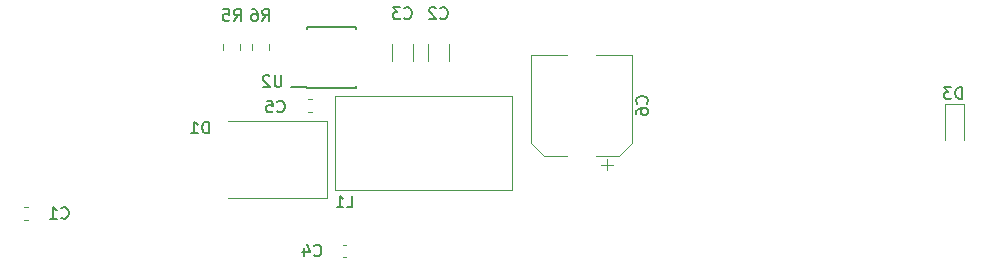
<source format=gbr>
%TF.GenerationSoftware,KiCad,Pcbnew,6.0.11+dfsg-1~bpo11+1*%
%TF.CreationDate,2023-11-07T00:47:46-03:00*%
%TF.ProjectId,controller,636f6e74-726f-46c6-9c65-722e6b696361,rev?*%
%TF.SameCoordinates,Original*%
%TF.FileFunction,Legend,Bot*%
%TF.FilePolarity,Positive*%
%FSLAX46Y46*%
G04 Gerber Fmt 4.6, Leading zero omitted, Abs format (unit mm)*
G04 Created by KiCad (PCBNEW 6.0.11+dfsg-1~bpo11+1) date 2023-11-07 00:47:46*
%MOMM*%
%LPD*%
G01*
G04 APERTURE LIST*
%ADD10C,0.150000*%
%ADD11C,0.120000*%
G04 APERTURE END LIST*
D10*
%TO.C,C6*%
X156552142Y-92833333D02*
X156599761Y-92785714D01*
X156647380Y-92642857D01*
X156647380Y-92547619D01*
X156599761Y-92404761D01*
X156504523Y-92309523D01*
X156409285Y-92261904D01*
X156218809Y-92214285D01*
X156075952Y-92214285D01*
X155885476Y-92261904D01*
X155790238Y-92309523D01*
X155695000Y-92404761D01*
X155647380Y-92547619D01*
X155647380Y-92642857D01*
X155695000Y-92785714D01*
X155742619Y-92833333D01*
X155647380Y-93690476D02*
X155647380Y-93500000D01*
X155695000Y-93404761D01*
X155742619Y-93357142D01*
X155885476Y-93261904D01*
X156075952Y-93214285D01*
X156456904Y-93214285D01*
X156552142Y-93261904D01*
X156599761Y-93309523D01*
X156647380Y-93404761D01*
X156647380Y-93595238D01*
X156599761Y-93690476D01*
X156552142Y-93738095D01*
X156456904Y-93785714D01*
X156218809Y-93785714D01*
X156123571Y-93738095D01*
X156075952Y-93690476D01*
X156028333Y-93595238D01*
X156028333Y-93404761D01*
X156075952Y-93309523D01*
X156123571Y-93261904D01*
X156218809Y-93214285D01*
%TO.C,D1*%
X119475095Y-95357380D02*
X119475095Y-94357380D01*
X119237000Y-94357380D01*
X119094142Y-94405000D01*
X118998904Y-94500238D01*
X118951285Y-94595476D01*
X118903666Y-94785952D01*
X118903666Y-94928809D01*
X118951285Y-95119285D01*
X118998904Y-95214523D01*
X119094142Y-95309761D01*
X119237000Y-95357380D01*
X119475095Y-95357380D01*
X117951285Y-95357380D02*
X118522714Y-95357380D01*
X118237000Y-95357380D02*
X118237000Y-94357380D01*
X118332238Y-94500238D01*
X118427476Y-94595476D01*
X118522714Y-94643095D01*
%TO.C,U2*%
X125594904Y-90420380D02*
X125594904Y-91229904D01*
X125547285Y-91325142D01*
X125499666Y-91372761D01*
X125404428Y-91420380D01*
X125213952Y-91420380D01*
X125118714Y-91372761D01*
X125071095Y-91325142D01*
X125023476Y-91229904D01*
X125023476Y-90420380D01*
X124594904Y-90515619D02*
X124547285Y-90468000D01*
X124452047Y-90420380D01*
X124213952Y-90420380D01*
X124118714Y-90468000D01*
X124071095Y-90515619D01*
X124023476Y-90610857D01*
X124023476Y-90706095D01*
X124071095Y-90848952D01*
X124642523Y-91420380D01*
X124023476Y-91420380D01*
%TO.C,C1*%
X106965666Y-102501142D02*
X107013285Y-102548761D01*
X107156142Y-102596380D01*
X107251380Y-102596380D01*
X107394238Y-102548761D01*
X107489476Y-102453523D01*
X107537095Y-102358285D01*
X107584714Y-102167809D01*
X107584714Y-102024952D01*
X107537095Y-101834476D01*
X107489476Y-101739238D01*
X107394238Y-101644000D01*
X107251380Y-101596380D01*
X107156142Y-101596380D01*
X107013285Y-101644000D01*
X106965666Y-101691619D01*
X106013285Y-102596380D02*
X106584714Y-102596380D01*
X106299000Y-102596380D02*
X106299000Y-101596380D01*
X106394238Y-101739238D01*
X106489476Y-101834476D01*
X106584714Y-101882095D01*
%TO.C,L1*%
X131142666Y-101627380D02*
X131618857Y-101627380D01*
X131618857Y-100627380D01*
X130285523Y-101627380D02*
X130856952Y-101627380D01*
X130571238Y-101627380D02*
X130571238Y-100627380D01*
X130666476Y-100770238D01*
X130761714Y-100865476D01*
X130856952Y-100913095D01*
%TO.C,R6*%
X123983666Y-85832380D02*
X124317000Y-85356190D01*
X124555095Y-85832380D02*
X124555095Y-84832380D01*
X124174142Y-84832380D01*
X124078904Y-84880000D01*
X124031285Y-84927619D01*
X123983666Y-85022857D01*
X123983666Y-85165714D01*
X124031285Y-85260952D01*
X124078904Y-85308571D01*
X124174142Y-85356190D01*
X124555095Y-85356190D01*
X123126523Y-84832380D02*
X123317000Y-84832380D01*
X123412238Y-84880000D01*
X123459857Y-84927619D01*
X123555095Y-85070476D01*
X123602714Y-85260952D01*
X123602714Y-85641904D01*
X123555095Y-85737142D01*
X123507476Y-85784761D01*
X123412238Y-85832380D01*
X123221761Y-85832380D01*
X123126523Y-85784761D01*
X123078904Y-85737142D01*
X123031285Y-85641904D01*
X123031285Y-85403809D01*
X123078904Y-85308571D01*
X123126523Y-85260952D01*
X123221761Y-85213333D01*
X123412238Y-85213333D01*
X123507476Y-85260952D01*
X123555095Y-85308571D01*
X123602714Y-85403809D01*
%TO.C,C3*%
X136018666Y-85592642D02*
X136066285Y-85640261D01*
X136209142Y-85687880D01*
X136304380Y-85687880D01*
X136447238Y-85640261D01*
X136542476Y-85545023D01*
X136590095Y-85449785D01*
X136637714Y-85259309D01*
X136637714Y-85116452D01*
X136590095Y-84925976D01*
X136542476Y-84830738D01*
X136447238Y-84735500D01*
X136304380Y-84687880D01*
X136209142Y-84687880D01*
X136066285Y-84735500D01*
X136018666Y-84783119D01*
X135685333Y-84687880D02*
X135066285Y-84687880D01*
X135399619Y-85068833D01*
X135256761Y-85068833D01*
X135161523Y-85116452D01*
X135113904Y-85164071D01*
X135066285Y-85259309D01*
X135066285Y-85497404D01*
X135113904Y-85592642D01*
X135161523Y-85640261D01*
X135256761Y-85687880D01*
X135542476Y-85687880D01*
X135637714Y-85640261D01*
X135685333Y-85592642D01*
%TO.C,D3*%
X183238095Y-92452380D02*
X183238095Y-91452380D01*
X183000000Y-91452380D01*
X182857142Y-91500000D01*
X182761904Y-91595238D01*
X182714285Y-91690476D01*
X182666666Y-91880952D01*
X182666666Y-92023809D01*
X182714285Y-92214285D01*
X182761904Y-92309523D01*
X182857142Y-92404761D01*
X183000000Y-92452380D01*
X183238095Y-92452380D01*
X182333333Y-91452380D02*
X181714285Y-91452380D01*
X182047619Y-91833333D01*
X181904761Y-91833333D01*
X181809523Y-91880952D01*
X181761904Y-91928571D01*
X181714285Y-92023809D01*
X181714285Y-92261904D01*
X181761904Y-92357142D01*
X181809523Y-92404761D01*
X181904761Y-92452380D01*
X182190476Y-92452380D01*
X182285714Y-92404761D01*
X182333333Y-92357142D01*
%TO.C,R5*%
X121570666Y-85832380D02*
X121904000Y-85356190D01*
X122142095Y-85832380D02*
X122142095Y-84832380D01*
X121761142Y-84832380D01*
X121665904Y-84880000D01*
X121618285Y-84927619D01*
X121570666Y-85022857D01*
X121570666Y-85165714D01*
X121618285Y-85260952D01*
X121665904Y-85308571D01*
X121761142Y-85356190D01*
X122142095Y-85356190D01*
X120665904Y-84832380D02*
X121142095Y-84832380D01*
X121189714Y-85308571D01*
X121142095Y-85260952D01*
X121046857Y-85213333D01*
X120808761Y-85213333D01*
X120713523Y-85260952D01*
X120665904Y-85308571D01*
X120618285Y-85403809D01*
X120618285Y-85641904D01*
X120665904Y-85737142D01*
X120713523Y-85784761D01*
X120808761Y-85832380D01*
X121046857Y-85832380D01*
X121142095Y-85784761D01*
X121189714Y-85737142D01*
%TO.C,C2*%
X139066666Y-85592642D02*
X139114285Y-85640261D01*
X139257142Y-85687880D01*
X139352380Y-85687880D01*
X139495238Y-85640261D01*
X139590476Y-85545023D01*
X139638095Y-85449785D01*
X139685714Y-85259309D01*
X139685714Y-85116452D01*
X139638095Y-84925976D01*
X139590476Y-84830738D01*
X139495238Y-84735500D01*
X139352380Y-84687880D01*
X139257142Y-84687880D01*
X139114285Y-84735500D01*
X139066666Y-84783119D01*
X138685714Y-84783119D02*
X138638095Y-84735500D01*
X138542857Y-84687880D01*
X138304761Y-84687880D01*
X138209523Y-84735500D01*
X138161904Y-84783119D01*
X138114285Y-84878357D01*
X138114285Y-84973595D01*
X138161904Y-85116452D01*
X138733333Y-85687880D01*
X138114285Y-85687880D01*
%TO.C,C4*%
X128366666Y-105676142D02*
X128414285Y-105723761D01*
X128557142Y-105771380D01*
X128652380Y-105771380D01*
X128795238Y-105723761D01*
X128890476Y-105628523D01*
X128938095Y-105533285D01*
X128985714Y-105342809D01*
X128985714Y-105199952D01*
X128938095Y-105009476D01*
X128890476Y-104914238D01*
X128795238Y-104819000D01*
X128652380Y-104771380D01*
X128557142Y-104771380D01*
X128414285Y-104819000D01*
X128366666Y-104866619D01*
X127509523Y-105104714D02*
X127509523Y-105771380D01*
X127747619Y-104723761D02*
X127985714Y-105438047D01*
X127366666Y-105438047D01*
%TO.C,C5*%
X125253666Y-93484142D02*
X125301285Y-93531761D01*
X125444142Y-93579380D01*
X125539380Y-93579380D01*
X125682238Y-93531761D01*
X125777476Y-93436523D01*
X125825095Y-93341285D01*
X125872714Y-93150809D01*
X125872714Y-93007952D01*
X125825095Y-92817476D01*
X125777476Y-92722238D01*
X125682238Y-92627000D01*
X125539380Y-92579380D01*
X125444142Y-92579380D01*
X125301285Y-92627000D01*
X125253666Y-92674619D01*
X124348904Y-92579380D02*
X124825095Y-92579380D01*
X124872714Y-93055571D01*
X124825095Y-93007952D01*
X124729857Y-92960333D01*
X124491761Y-92960333D01*
X124396523Y-93007952D01*
X124348904Y-93055571D01*
X124301285Y-93150809D01*
X124301285Y-93388904D01*
X124348904Y-93484142D01*
X124396523Y-93531761D01*
X124491761Y-93579380D01*
X124729857Y-93579380D01*
X124825095Y-93531761D01*
X124872714Y-93484142D01*
D11*
%TO.C,C6*%
X147799437Y-97260000D02*
X146735000Y-96195563D01*
X146735000Y-96195563D02*
X146735000Y-88740000D01*
X153205000Y-98500000D02*
X153205000Y-97500000D01*
X154190563Y-97260000D02*
X155255000Y-96195563D01*
X155255000Y-96195563D02*
X155255000Y-88740000D01*
X155255000Y-88740000D02*
X152205000Y-88740000D01*
X147799437Y-97260000D02*
X149785000Y-97260000D01*
X146735000Y-88740000D02*
X149785000Y-88740000D01*
X153705000Y-98000000D02*
X152705000Y-98000000D01*
X154190563Y-97260000D02*
X152205000Y-97260000D01*
%TO.C,D1*%
X129506000Y-100822000D02*
X129506000Y-94322000D01*
X129506000Y-100822000D02*
X121106000Y-100822000D01*
X129506000Y-94322000D02*
X121106000Y-94322000D01*
D10*
%TO.C,U2*%
X127791000Y-86361000D02*
X127791000Y-86506000D01*
X131941000Y-91511000D02*
X131941000Y-91366000D01*
X127791000Y-91461000D02*
X126391000Y-91461000D01*
X131941000Y-86361000D02*
X131941000Y-86506000D01*
X127791000Y-86361000D02*
X131941000Y-86361000D01*
X127791000Y-91511000D02*
X131941000Y-91511000D01*
X127791000Y-91511000D02*
X127791000Y-91461000D01*
D11*
%TO.C,C1*%
X103832233Y-101634000D02*
X104124767Y-101634000D01*
X103832233Y-102654000D02*
X104124767Y-102654000D01*
%TO.C,L1*%
X130160000Y-92175000D02*
X145160000Y-92175000D01*
X130160000Y-100175000D02*
X130160000Y-92175000D01*
X145160000Y-92175000D02*
X145160000Y-100175000D01*
X145160000Y-100175000D02*
X130160000Y-100175000D01*
%TO.C,R6*%
X124552000Y-87819936D02*
X124552000Y-88274064D01*
X123082000Y-87819936D02*
X123082000Y-88274064D01*
%TO.C,C3*%
X134942000Y-87826248D02*
X134942000Y-89248752D01*
X136762000Y-87826248D02*
X136762000Y-89248752D01*
%TO.C,D3*%
X183393000Y-95900000D02*
X183393000Y-92850000D01*
X181793000Y-92850000D02*
X181793000Y-95900000D01*
X183393000Y-92850000D02*
X181793000Y-92850000D01*
%TO.C,R5*%
X120669000Y-88274064D02*
X120669000Y-87819936D01*
X122139000Y-88274064D02*
X122139000Y-87819936D01*
%TO.C,C2*%
X137990000Y-87826248D02*
X137990000Y-89248752D01*
X139810000Y-87826248D02*
X139810000Y-89248752D01*
%TO.C,C4*%
X130782733Y-104809000D02*
X131075267Y-104809000D01*
X130782733Y-105829000D02*
X131075267Y-105829000D01*
%TO.C,C5*%
X127861733Y-92490000D02*
X128154267Y-92490000D01*
X127861733Y-93510000D02*
X128154267Y-93510000D01*
%TD*%
M02*

</source>
